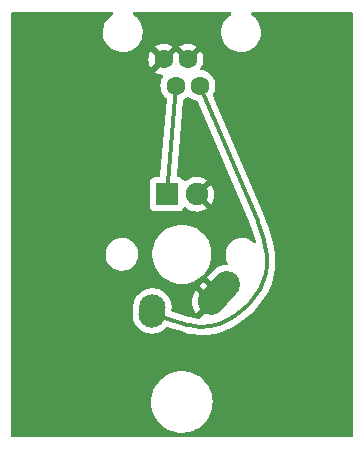
<source format=gtl>
%TF.GenerationSoftware,KiCad,Pcbnew,(6.0.8-1)-1*%
%TF.CreationDate,2022-10-24T08:07:35+03:00*%
%TF.ProjectId,kamaji_button_v1,6b616d61-6a69-45f6-9275-74746f6e5f76,rev?*%
%TF.SameCoordinates,PX2faf080PY2faf080*%
%TF.FileFunction,Copper,L1,Top*%
%TF.FilePolarity,Positive*%
%FSLAX46Y46*%
G04 Gerber Fmt 4.6, Leading zero omitted, Abs format (unit mm)*
G04 Created by KiCad (PCBNEW (6.0.8-1)-1) date 2022-10-24 08:07:35*
%MOMM*%
%LPD*%
G01*
G04 APERTURE LIST*
G04 Aperture macros list*
%AMHorizOval*
0 Thick line with rounded ends*
0 $1 width*
0 $2 $3 position (X,Y) of the first rounded end (center of the circle)*
0 $4 $5 position (X,Y) of the second rounded end (center of the circle)*
0 Add line between two ends*
20,1,$1,$2,$3,$4,$5,0*
0 Add two circle primitives to create the rounded ends*
1,1,$1,$2,$3*
1,1,$1,$4,$5*%
G04 Aperture macros list end*
%TA.AperFunction,ComponentPad*%
%ADD10HorizOval,2.250000X-0.655001X-0.730000X0.655001X0.730000X0*%
%TD*%
%TA.AperFunction,ComponentPad*%
%ADD11C,2.250000*%
%TD*%
%TA.AperFunction,ComponentPad*%
%ADD12HorizOval,2.250000X-0.020000X-0.290000X0.020000X0.290000X0*%
%TD*%
%TA.AperFunction,ComponentPad*%
%ADD13C,1.905000*%
%TD*%
%TA.AperFunction,ComponentPad*%
%ADD14R,1.905000X1.905000*%
%TD*%
%TA.AperFunction,ComponentPad*%
%ADD15C,1.600000*%
%TD*%
%TA.AperFunction,Conductor*%
%ADD16C,0.350000*%
%TD*%
G04 APERTURE END LIST*
D10*
%TO.P,SW2,1,1*%
%TO.N,GND*%
X18154999Y-24270000D03*
D11*
X17500000Y-25000000D03*
%TO.P,SW2,2,2*%
%TO.N,Net-(J1-Pad4)*%
X12460000Y-26080000D03*
D12*
X12480000Y-25790000D03*
D13*
%TO.P,SW2,3,K*%
%TO.N,GND*%
X16270000Y-15920000D03*
D14*
%TO.P,SW2,4,A*%
%TO.N,Net-(J1-Pad2)*%
X13730000Y-15920000D03*
%TD*%
D15*
%TO.P,J1,4*%
%TO.N,Net-(J1-Pad4)*%
X16530000Y-6727500D03*
%TO.P,J1,3*%
%TO.N,GND*%
X15510000Y-4487500D03*
%TO.P,J1,2*%
%TO.N,Net-(J1-Pad2)*%
X14490000Y-6727500D03*
%TO.P,J1,1*%
%TO.N,GND*%
X13470000Y-4487500D03*
%TD*%
D16*
%TO.N,Net-(J1-Pad4)*%
X19100006Y-26468374D02*
G75*
G02*
X15474152Y-26968825I-2367406J3767074D01*
G01*
X22199985Y-21100002D02*
G75*
G03*
X21408170Y-18207254I-11074085J-1476498D01*
G01*
X21649206Y-23913891D02*
G75*
G03*
X22199999Y-21100000I-3888506J2221991D01*
G01*
X19434772Y-26257994D02*
G75*
G03*
X21600000Y-24000000I-3427472J5453794D01*
G01*
X15474152Y-26968826D02*
X12460000Y-26080000D01*
X19099999Y-26468363D02*
X19434764Y-26257981D01*
X21408171Y-18207254D02*
X16530000Y-6727500D01*
X21649205Y-23913890D02*
X21600000Y-24000000D01*
%TO.N,Net-(J1-Pad2)*%
X14490000Y-6727500D02*
X13730000Y-15920000D01*
%TD*%
%TA.AperFunction,Conductor*%
%TO.N,GND*%
G36*
X9129277Y-528502D02*
G01*
X9175770Y-582158D01*
X9185874Y-652432D01*
X9156380Y-717012D01*
X9125012Y-743120D01*
X9033514Y-796909D01*
X8834293Y-959101D01*
X8661897Y-1149561D01*
X8520294Y-1363906D01*
X8518293Y-1368246D01*
X8518291Y-1368250D01*
X8444822Y-1527617D01*
X8412742Y-1597204D01*
X8411418Y-1601805D01*
X8411418Y-1601806D01*
X8362726Y-1771060D01*
X8341717Y-1844086D01*
X8308852Y-2098871D01*
X8314904Y-2355695D01*
X8359734Y-2608649D01*
X8442311Y-2851911D01*
X8560733Y-3079883D01*
X8712276Y-3287320D01*
X8778179Y-3353569D01*
X8890078Y-3466057D01*
X8890083Y-3466061D01*
X8893452Y-3469448D01*
X9100093Y-3622075D01*
X9327442Y-3741689D01*
X9331961Y-3743250D01*
X9331967Y-3743252D01*
X9565751Y-3823978D01*
X9570269Y-3825538D01*
X9822984Y-3871692D01*
X9905186Y-3876000D01*
X10065324Y-3876000D01*
X10067703Y-3875819D01*
X10067704Y-3875819D01*
X10251389Y-3861847D01*
X10251394Y-3861846D01*
X10256156Y-3861484D01*
X10260809Y-3860405D01*
X10260812Y-3860405D01*
X10501752Y-3804557D01*
X10501751Y-3804557D01*
X10506416Y-3803476D01*
X10745023Y-3708282D01*
X10966486Y-3578091D01*
X11165707Y-3415899D01*
X11179656Y-3400488D01*
X12748576Y-3400488D01*
X12755644Y-3413934D01*
X13457188Y-4115478D01*
X13471132Y-4123092D01*
X13472965Y-4122961D01*
X13479580Y-4118710D01*
X14185077Y-3413213D01*
X14191507Y-3401438D01*
X14190772Y-3400488D01*
X14788576Y-3400488D01*
X14795644Y-3413934D01*
X15497188Y-4115478D01*
X15511132Y-4123092D01*
X15512965Y-4122961D01*
X15519580Y-4118710D01*
X16225077Y-3413213D01*
X16231507Y-3401438D01*
X16222211Y-3389423D01*
X16171006Y-3353569D01*
X16161511Y-3348086D01*
X15964053Y-3256010D01*
X15953761Y-3252264D01*
X15743312Y-3195875D01*
X15732519Y-3193972D01*
X15515475Y-3174983D01*
X15504525Y-3174983D01*
X15287481Y-3193972D01*
X15276688Y-3195875D01*
X15066239Y-3252264D01*
X15055947Y-3256010D01*
X14858489Y-3348086D01*
X14848994Y-3353569D01*
X14796952Y-3390009D01*
X14788576Y-3400488D01*
X14190772Y-3400488D01*
X14182211Y-3389423D01*
X14131006Y-3353569D01*
X14121511Y-3348086D01*
X13924053Y-3256010D01*
X13913761Y-3252264D01*
X13703312Y-3195875D01*
X13692519Y-3193972D01*
X13475475Y-3174983D01*
X13464525Y-3174983D01*
X13247481Y-3193972D01*
X13236688Y-3195875D01*
X13026239Y-3252264D01*
X13015947Y-3256010D01*
X12818489Y-3348086D01*
X12808994Y-3353569D01*
X12756952Y-3390009D01*
X12748576Y-3400488D01*
X11179656Y-3400488D01*
X11338103Y-3225439D01*
X11479706Y-3011094D01*
X11551135Y-2856154D01*
X11585252Y-2782148D01*
X11585253Y-2782145D01*
X11587258Y-2777796D01*
X11635920Y-2608649D01*
X11656962Y-2535507D01*
X11656963Y-2535503D01*
X11658283Y-2530914D01*
X11691148Y-2276129D01*
X11685096Y-2019305D01*
X11640266Y-1766351D01*
X11557689Y-1523089D01*
X11439267Y-1295117D01*
X11287724Y-1087680D01*
X11156811Y-956079D01*
X11109922Y-908943D01*
X11109917Y-908939D01*
X11106548Y-905552D01*
X10899907Y-752925D01*
X10886758Y-746007D01*
X10835787Y-696589D01*
X10819624Y-627456D01*
X10843403Y-560560D01*
X10899574Y-517140D01*
X10945427Y-508500D01*
X19061156Y-508500D01*
X19129277Y-528502D01*
X19175770Y-582158D01*
X19185874Y-652432D01*
X19156380Y-717012D01*
X19125012Y-743120D01*
X19033514Y-796909D01*
X18834293Y-959101D01*
X18661897Y-1149561D01*
X18520294Y-1363906D01*
X18518293Y-1368246D01*
X18518291Y-1368250D01*
X18444822Y-1527617D01*
X18412742Y-1597204D01*
X18411418Y-1601805D01*
X18411418Y-1601806D01*
X18362726Y-1771060D01*
X18341717Y-1844086D01*
X18308852Y-2098871D01*
X18314904Y-2355695D01*
X18359734Y-2608649D01*
X18442311Y-2851911D01*
X18560733Y-3079883D01*
X18712276Y-3287320D01*
X18778179Y-3353569D01*
X18890078Y-3466057D01*
X18890083Y-3466061D01*
X18893452Y-3469448D01*
X19100093Y-3622075D01*
X19327442Y-3741689D01*
X19331961Y-3743250D01*
X19331967Y-3743252D01*
X19565751Y-3823978D01*
X19570269Y-3825538D01*
X19822984Y-3871692D01*
X19905186Y-3876000D01*
X20065324Y-3876000D01*
X20067703Y-3875819D01*
X20067704Y-3875819D01*
X20251389Y-3861847D01*
X20251394Y-3861846D01*
X20256156Y-3861484D01*
X20260809Y-3860405D01*
X20260812Y-3860405D01*
X20501752Y-3804557D01*
X20501751Y-3804557D01*
X20506416Y-3803476D01*
X20745023Y-3708282D01*
X20966486Y-3578091D01*
X21165707Y-3415899D01*
X21338103Y-3225439D01*
X21479706Y-3011094D01*
X21551135Y-2856154D01*
X21585252Y-2782148D01*
X21585253Y-2782145D01*
X21587258Y-2777796D01*
X21635920Y-2608649D01*
X21656962Y-2535507D01*
X21656963Y-2535503D01*
X21658283Y-2530914D01*
X21691148Y-2276129D01*
X21685096Y-2019305D01*
X21640266Y-1766351D01*
X21557689Y-1523089D01*
X21439267Y-1295117D01*
X21287724Y-1087680D01*
X21156811Y-956079D01*
X21109922Y-908943D01*
X21109917Y-908939D01*
X21106548Y-905552D01*
X20899907Y-752925D01*
X20886758Y-746007D01*
X20835787Y-696589D01*
X20819624Y-627456D01*
X20843403Y-560560D01*
X20899574Y-517140D01*
X20945427Y-508500D01*
X29365500Y-508500D01*
X29433621Y-528502D01*
X29480114Y-582158D01*
X29491500Y-634500D01*
X29491500Y-36365500D01*
X29471498Y-36433621D01*
X29417842Y-36480114D01*
X29365500Y-36491500D01*
X634500Y-36491500D01*
X566379Y-36471498D01*
X519886Y-36417842D01*
X508500Y-36365500D01*
X508500Y-33545471D01*
X12394955Y-33545471D01*
X12419914Y-33862607D01*
X12483336Y-34174338D01*
X12584276Y-34476016D01*
X12721229Y-34763143D01*
X12892153Y-35031440D01*
X13094500Y-35276907D01*
X13325254Y-35495884D01*
X13580975Y-35685108D01*
X13719412Y-35763432D01*
X13854492Y-35839857D01*
X13854496Y-35839859D01*
X13857849Y-35841756D01*
X14151751Y-35963494D01*
X14253083Y-35991596D01*
X14454582Y-36047477D01*
X14454590Y-36047479D01*
X14458298Y-36048507D01*
X14772921Y-36095528D01*
X14776219Y-36095672D01*
X14885427Y-36100440D01*
X14885432Y-36100440D01*
X14886804Y-36100500D01*
X15080799Y-36100500D01*
X15317524Y-36086021D01*
X15321307Y-36085320D01*
X15321314Y-36085319D01*
X15519931Y-36048507D01*
X15630313Y-36028049D01*
X15839732Y-35962020D01*
X15930035Y-35933548D01*
X15930038Y-35933547D01*
X15933707Y-35932390D01*
X15937204Y-35930796D01*
X15937210Y-35930794D01*
X16219673Y-35802068D01*
X16219677Y-35802066D01*
X16223181Y-35800469D01*
X16408334Y-35687007D01*
X16491142Y-35636262D01*
X16491145Y-35636260D01*
X16494420Y-35634253D01*
X16497424Y-35631863D01*
X16497429Y-35631860D01*
X16740370Y-35438616D01*
X16743381Y-35436221D01*
X16966352Y-35209324D01*
X17100572Y-35034405D01*
X17157674Y-34959989D01*
X17157679Y-34959981D01*
X17160009Y-34956945D01*
X17272257Y-34766386D01*
X17319513Y-34686162D01*
X17319515Y-34686159D01*
X17321466Y-34682846D01*
X17448315Y-34391114D01*
X17538665Y-34086097D01*
X17591169Y-33772343D01*
X17605045Y-33454529D01*
X17580086Y-33137393D01*
X17516664Y-32825662D01*
X17415724Y-32523984D01*
X17278771Y-32236857D01*
X17107847Y-31968560D01*
X16905500Y-31723093D01*
X16674746Y-31504116D01*
X16419025Y-31314892D01*
X16218680Y-31201542D01*
X16145508Y-31160143D01*
X16145504Y-31160141D01*
X16142151Y-31158244D01*
X15848249Y-31036506D01*
X15746917Y-31008404D01*
X15545418Y-30952523D01*
X15545410Y-30952521D01*
X15541702Y-30951493D01*
X15227079Y-30904472D01*
X15223781Y-30904328D01*
X15114573Y-30899560D01*
X15114568Y-30899560D01*
X15113196Y-30899500D01*
X14919201Y-30899500D01*
X14682476Y-30913979D01*
X14678693Y-30914680D01*
X14678686Y-30914681D01*
X14526081Y-30942965D01*
X14369687Y-30971951D01*
X14189997Y-31028606D01*
X14069965Y-31066452D01*
X14069962Y-31066453D01*
X14066293Y-31067610D01*
X14062796Y-31069204D01*
X14062790Y-31069206D01*
X13780327Y-31197932D01*
X13780323Y-31197934D01*
X13776819Y-31199531D01*
X13773540Y-31201541D01*
X13773537Y-31201542D01*
X13584826Y-31317185D01*
X13505580Y-31365747D01*
X13502576Y-31368137D01*
X13502571Y-31368140D01*
X13283962Y-31542030D01*
X13256619Y-31563779D01*
X13033648Y-31790676D01*
X13031307Y-31793727D01*
X13031306Y-31793728D01*
X12842326Y-32040011D01*
X12842321Y-32040019D01*
X12839991Y-32043055D01*
X12838042Y-32046364D01*
X12723792Y-32240322D01*
X12678534Y-32317154D01*
X12551685Y-32608886D01*
X12461335Y-32913903D01*
X12408831Y-33227657D01*
X12394955Y-33545471D01*
X508500Y-33545471D01*
X508500Y-26080000D01*
X10821449Y-26080000D01*
X10821837Y-26084930D01*
X10821837Y-26084931D01*
X10826781Y-26147753D01*
X10827163Y-26156418D01*
X10827821Y-26224371D01*
X10828643Y-26229254D01*
X10836269Y-26274559D01*
X10837629Y-26285588D01*
X10841622Y-26336326D01*
X10842778Y-26341141D01*
X10857487Y-26402411D01*
X10859220Y-26410908D01*
X10870501Y-26477922D01*
X10872073Y-26482606D01*
X10872074Y-26482609D01*
X10886694Y-26526163D01*
X10889763Y-26536846D01*
X10901645Y-26586340D01*
X10927659Y-26649144D01*
X10930692Y-26657244D01*
X10952319Y-26721676D01*
X10954608Y-26726063D01*
X10954611Y-26726070D01*
X10975859Y-26766791D01*
X10980561Y-26776861D01*
X10998143Y-26819309D01*
X10998147Y-26819316D01*
X11000040Y-26823887D01*
X11035556Y-26881843D01*
X11039820Y-26889372D01*
X11071261Y-26949629D01*
X11074212Y-26953609D01*
X11101572Y-26990510D01*
X11107791Y-26999720D01*
X11134384Y-27043116D01*
X11178532Y-27094807D01*
X11183905Y-27101555D01*
X11224398Y-27156169D01*
X11227922Y-27159625D01*
X11227926Y-27159630D01*
X11260734Y-27191808D01*
X11268315Y-27199930D01*
X11301369Y-27238631D01*
X11305125Y-27241839D01*
X11305130Y-27241844D01*
X11353047Y-27282769D01*
X11359445Y-27288626D01*
X11404427Y-27332745D01*
X11404435Y-27332752D01*
X11407961Y-27336210D01*
X11411986Y-27339075D01*
X11411987Y-27339076D01*
X11449421Y-27365723D01*
X11458182Y-27372561D01*
X11496884Y-27405616D01*
X11554828Y-27441124D01*
X11562055Y-27445903D01*
X11617427Y-27485319D01*
X11647305Y-27500180D01*
X11662987Y-27507980D01*
X11672709Y-27513362D01*
X11716113Y-27539960D01*
X11720683Y-27541853D01*
X11720691Y-27541857D01*
X11778907Y-27565970D01*
X11786784Y-27569555D01*
X11847642Y-27599825D01*
X11896198Y-27615084D01*
X11906635Y-27618877D01*
X11949089Y-27636462D01*
X11949093Y-27636463D01*
X11953660Y-27638355D01*
X12019769Y-27654227D01*
X12028077Y-27656526D01*
X12092934Y-27676907D01*
X12097828Y-27677634D01*
X12097834Y-27677635D01*
X12122924Y-27681360D01*
X12143282Y-27684383D01*
X12154185Y-27686497D01*
X12198852Y-27697221D01*
X12198860Y-27697222D01*
X12203674Y-27698378D01*
X12208606Y-27698766D01*
X12208611Y-27698767D01*
X12271432Y-27703711D01*
X12280050Y-27704689D01*
X12308942Y-27708978D01*
X12347264Y-27714668D01*
X12352220Y-27714620D01*
X12398148Y-27714175D01*
X12409256Y-27714557D01*
X12410667Y-27714668D01*
X12460000Y-27718551D01*
X12464930Y-27718163D01*
X12464931Y-27718163D01*
X12527754Y-27713219D01*
X12536419Y-27712837D01*
X12599420Y-27712227D01*
X12599421Y-27712227D01*
X12604371Y-27712179D01*
X12612231Y-27710856D01*
X12654559Y-27703731D01*
X12665588Y-27702371D01*
X12677793Y-27701410D01*
X12716326Y-27698378D01*
X12738601Y-27693030D01*
X12782411Y-27682513D01*
X12790908Y-27680780D01*
X12809590Y-27677635D01*
X12857922Y-27669499D01*
X12862606Y-27667927D01*
X12862609Y-27667926D01*
X12906163Y-27653306D01*
X12916846Y-27650237D01*
X12961533Y-27639509D01*
X12966340Y-27638355D01*
X13029144Y-27612341D01*
X13037247Y-27609307D01*
X13096982Y-27589257D01*
X13096987Y-27589255D01*
X13101676Y-27587681D01*
X13106063Y-27585392D01*
X13106070Y-27585389D01*
X13146791Y-27564141D01*
X13156861Y-27559439D01*
X13199309Y-27541857D01*
X13199316Y-27541853D01*
X13203887Y-27539960D01*
X13261843Y-27504444D01*
X13269372Y-27500180D01*
X13325237Y-27471031D01*
X13325240Y-27471029D01*
X13329629Y-27468739D01*
X13370510Y-27438428D01*
X13379720Y-27432209D01*
X13418899Y-27408200D01*
X13423116Y-27405616D01*
X13474807Y-27361468D01*
X13481555Y-27356095D01*
X13536169Y-27315602D01*
X13539625Y-27312078D01*
X13539630Y-27312074D01*
X13571808Y-27279266D01*
X13579931Y-27271684D01*
X13614875Y-27241839D01*
X13618631Y-27238631D01*
X13621839Y-27234875D01*
X13621847Y-27234867D01*
X13636771Y-27217394D01*
X13696222Y-27178586D01*
X13768218Y-27178371D01*
X15225631Y-27608139D01*
X15242290Y-27614361D01*
X15265618Y-27625007D01*
X15269558Y-27626214D01*
X15269564Y-27626216D01*
X15273738Y-27627494D01*
X15279406Y-27629230D01*
X15283458Y-27629910D01*
X15283470Y-27629913D01*
X15289410Y-27630910D01*
X15299503Y-27633033D01*
X15635385Y-27718163D01*
X15663430Y-27725271D01*
X15665811Y-27725683D01*
X15665818Y-27725684D01*
X15873057Y-27761502D01*
X16053448Y-27792681D01*
X16055856Y-27792908D01*
X16055862Y-27792909D01*
X16445079Y-27829632D01*
X16445087Y-27829632D01*
X16447499Y-27829860D01*
X16663531Y-27833532D01*
X16840816Y-27836545D01*
X16840822Y-27836545D01*
X16843243Y-27836586D01*
X17009379Y-27826593D01*
X17235910Y-27812967D01*
X17235921Y-27812966D01*
X17238330Y-27812821D01*
X17240721Y-27812491D01*
X17240731Y-27812490D01*
X17628024Y-27759034D01*
X17628027Y-27759033D01*
X17630414Y-27758704D01*
X17782181Y-27725684D01*
X18014801Y-27675073D01*
X18014807Y-27675072D01*
X18017167Y-27674558D01*
X18396293Y-27560882D01*
X18526915Y-27510461D01*
X18763293Y-27419218D01*
X18763307Y-27419212D01*
X18765540Y-27418350D01*
X18875761Y-27365723D01*
X19120525Y-27248856D01*
X19120532Y-27248852D01*
X19122715Y-27247810D01*
X19288724Y-27152200D01*
X19433849Y-27068618D01*
X19445385Y-27062741D01*
X19454069Y-27058866D01*
X19457576Y-27056713D01*
X19457580Y-27056711D01*
X19462840Y-27053482D01*
X19462844Y-27053479D01*
X19466358Y-27051322D01*
X19469558Y-27048726D01*
X19469564Y-27048722D01*
X19492910Y-27029784D01*
X19505241Y-27020957D01*
X19749723Y-26867313D01*
X19765422Y-26858931D01*
X19785067Y-26850165D01*
X19785071Y-26850163D01*
X19788838Y-26848482D01*
X19792351Y-26846325D01*
X19792355Y-26846323D01*
X19794659Y-26844908D01*
X19801127Y-26840937D01*
X19804324Y-26838344D01*
X19804332Y-26838338D01*
X19810803Y-26833089D01*
X19819895Y-26826367D01*
X19908539Y-26766791D01*
X20163000Y-26595773D01*
X20164519Y-26594611D01*
X20164530Y-26594603D01*
X20508577Y-26331390D01*
X20508584Y-26331384D01*
X20510115Y-26330213D01*
X20710529Y-26156418D01*
X20838844Y-26045146D01*
X20838858Y-26045133D01*
X20840303Y-26043880D01*
X21152324Y-25737849D01*
X21220080Y-25662709D01*
X21443718Y-25414698D01*
X21443731Y-25414682D01*
X21445003Y-25413272D01*
X21446185Y-25411787D01*
X21446199Y-25411771D01*
X21716048Y-25072868D01*
X21716057Y-25072856D01*
X21717241Y-25071369D01*
X21968015Y-24713425D01*
X22176154Y-24373791D01*
X22184086Y-24362324D01*
X22187987Y-24357303D01*
X22190519Y-24354044D01*
X22192603Y-24350484D01*
X22192607Y-24350478D01*
X22195720Y-24345160D01*
X22195723Y-24345154D01*
X22197804Y-24341599D01*
X22209502Y-24313831D01*
X22226120Y-24285444D01*
X22237187Y-24271199D01*
X22239724Y-24267934D01*
X22243115Y-24262141D01*
X22244926Y-24259049D01*
X22244929Y-24259043D01*
X22247009Y-24255490D01*
X22248610Y-24251689D01*
X22248687Y-24251536D01*
X22252824Y-24242715D01*
X22438910Y-23883889D01*
X22438915Y-23883878D01*
X22440083Y-23881626D01*
X22517253Y-23697539D01*
X22601754Y-23495964D01*
X22601755Y-23495962D01*
X22602747Y-23493595D01*
X22604712Y-23487577D01*
X22732504Y-23096045D01*
X22732505Y-23096042D01*
X22733297Y-23093615D01*
X22830867Y-22684338D01*
X22894809Y-22268479D01*
X22924701Y-21848796D01*
X22920343Y-21428073D01*
X22884717Y-21041166D01*
X22884191Y-21028497D01*
X22884237Y-21023318D01*
X22882481Y-21009005D01*
X22881450Y-21005015D01*
X22881448Y-21005007D01*
X22878785Y-20994707D01*
X22876284Y-20982619D01*
X22868781Y-20934593D01*
X22798305Y-20483518D01*
X22692657Y-19961975D01*
X22624480Y-19688991D01*
X22564067Y-19447092D01*
X22564063Y-19447077D01*
X22563718Y-19445696D01*
X22430934Y-19000109D01*
X22412159Y-18937104D01*
X22412157Y-18937097D01*
X22411747Y-18935722D01*
X22366286Y-18804918D01*
X22237508Y-18434394D01*
X22237051Y-18433079D01*
X22054919Y-17976246D01*
X22050210Y-17962032D01*
X22048417Y-17955303D01*
X22048414Y-17955295D01*
X22047353Y-17951313D01*
X22041853Y-17937983D01*
X22024796Y-17908346D01*
X22018039Y-17894776D01*
X17823680Y-8024233D01*
X17622788Y-7551476D01*
X17614555Y-7480958D01*
X17635539Y-7429927D01*
X17664366Y-7388758D01*
X17664367Y-7388756D01*
X17667523Y-7384249D01*
X17669846Y-7379267D01*
X17669849Y-7379262D01*
X17761961Y-7181725D01*
X17761961Y-7181724D01*
X17764284Y-7176743D01*
X17823543Y-6955587D01*
X17843498Y-6727500D01*
X17823543Y-6499413D01*
X17764284Y-6278257D01*
X17761961Y-6273275D01*
X17669849Y-6075738D01*
X17669846Y-6075733D01*
X17667523Y-6070751D01*
X17536198Y-5883200D01*
X17374300Y-5721302D01*
X17369792Y-5718145D01*
X17369789Y-5718143D01*
X17239500Y-5626914D01*
X17186749Y-5589977D01*
X17181767Y-5587654D01*
X17181762Y-5587651D01*
X16984225Y-5495539D01*
X16984224Y-5495539D01*
X16979243Y-5493216D01*
X16973935Y-5491794D01*
X16973933Y-5491793D01*
X16763402Y-5435381D01*
X16763400Y-5435381D01*
X16758087Y-5433957D01*
X16752611Y-5433478D01*
X16752606Y-5433477D01*
X16709295Y-5429688D01*
X16679592Y-5427090D01*
X16613475Y-5401227D01*
X16571835Y-5343724D01*
X16567894Y-5272836D01*
X16587360Y-5229299D01*
X16643932Y-5148504D01*
X16649414Y-5139011D01*
X16741490Y-4941553D01*
X16745236Y-4931261D01*
X16801625Y-4720812D01*
X16803528Y-4710019D01*
X16822517Y-4492975D01*
X16822517Y-4482025D01*
X16803528Y-4264981D01*
X16801625Y-4254188D01*
X16745236Y-4043739D01*
X16741490Y-4033447D01*
X16649414Y-3835989D01*
X16643931Y-3826494D01*
X16607491Y-3774452D01*
X16597012Y-3766076D01*
X16583566Y-3773144D01*
X15599095Y-4757615D01*
X15536783Y-4791641D01*
X15465968Y-4786576D01*
X15420905Y-4757615D01*
X14502812Y-3839522D01*
X14488868Y-3831908D01*
X14487035Y-3832039D01*
X14480420Y-3836290D01*
X12754923Y-5561787D01*
X12748493Y-5573562D01*
X12757789Y-5585577D01*
X12808994Y-5621431D01*
X12818489Y-5626914D01*
X13015947Y-5718990D01*
X13026239Y-5722736D01*
X13236688Y-5779125D01*
X13247480Y-5781028D01*
X13320163Y-5787387D01*
X13386281Y-5813250D01*
X13427921Y-5870754D01*
X13431862Y-5941641D01*
X13412395Y-5985179D01*
X13355634Y-6066242D01*
X13355633Y-6066244D01*
X13352477Y-6070751D01*
X13350154Y-6075733D01*
X13350151Y-6075738D01*
X13258039Y-6273275D01*
X13255716Y-6278257D01*
X13196457Y-6499413D01*
X13176502Y-6727500D01*
X13196457Y-6955587D01*
X13255716Y-7176743D01*
X13258039Y-7181724D01*
X13258039Y-7181725D01*
X13350151Y-7379262D01*
X13350154Y-7379267D01*
X13352477Y-7384249D01*
X13483802Y-7571800D01*
X13645700Y-7733698D01*
X13650210Y-7736856D01*
X13650216Y-7736861D01*
X13657597Y-7742029D01*
X13701926Y-7797486D01*
X13710899Y-7855624D01*
X13174517Y-14343382D01*
X13148970Y-14409623D01*
X13091666Y-14451537D01*
X13048945Y-14459000D01*
X12729366Y-14459000D01*
X12667184Y-14465755D01*
X12530795Y-14516885D01*
X12414239Y-14604239D01*
X12326885Y-14720795D01*
X12275755Y-14857184D01*
X12269000Y-14919366D01*
X12269000Y-16920634D01*
X12275755Y-16982816D01*
X12326885Y-17119205D01*
X12414239Y-17235761D01*
X12530795Y-17323115D01*
X12667184Y-17374245D01*
X12729366Y-17381000D01*
X14730634Y-17381000D01*
X14792816Y-17374245D01*
X14929205Y-17323115D01*
X15045761Y-17235761D01*
X15133115Y-17119205D01*
X15140905Y-17098426D01*
X15183546Y-17041661D01*
X15250108Y-17016961D01*
X15319457Y-17032168D01*
X15339372Y-17045711D01*
X15425446Y-17117171D01*
X15433878Y-17123076D01*
X15632318Y-17239035D01*
X15641601Y-17243482D01*
X15856306Y-17325470D01*
X15866208Y-17328347D01*
X16091402Y-17374163D01*
X16101654Y-17375386D01*
X16331316Y-17383807D01*
X16341602Y-17383340D01*
X16569565Y-17354137D01*
X16579651Y-17351994D01*
X16799779Y-17285952D01*
X16809374Y-17282191D01*
X17015750Y-17181089D01*
X17024616Y-17175804D01*
X17092737Y-17127213D01*
X17101138Y-17116513D01*
X17094150Y-17103360D01*
X15999885Y-16009095D01*
X15965859Y-15946783D01*
X15967694Y-15921132D01*
X16634408Y-15921132D01*
X16634539Y-15922965D01*
X16638790Y-15929580D01*
X17453922Y-16744712D01*
X17465932Y-16751271D01*
X17477671Y-16742303D01*
X17523165Y-16678991D01*
X17528476Y-16670152D01*
X17630298Y-16464129D01*
X17634097Y-16454534D01*
X17700904Y-16234650D01*
X17703083Y-16224569D01*
X17733318Y-15994912D01*
X17733837Y-15988237D01*
X17735423Y-15923364D01*
X17735229Y-15916647D01*
X17716250Y-15685796D01*
X17714567Y-15675634D01*
X17658578Y-15452729D01*
X17655259Y-15442981D01*
X17563616Y-15232213D01*
X17558749Y-15223136D01*
X17477191Y-15097069D01*
X17466505Y-15087867D01*
X17456940Y-15092270D01*
X16642022Y-15907188D01*
X16634408Y-15921132D01*
X15967694Y-15921132D01*
X15970924Y-15875968D01*
X15999885Y-15830905D01*
X17096370Y-14734420D01*
X17103390Y-14721564D01*
X17095615Y-14710894D01*
X17085061Y-14702558D01*
X17076468Y-14696849D01*
X16875278Y-14585786D01*
X16865866Y-14581556D01*
X16649232Y-14504841D01*
X16639261Y-14502207D01*
X16413005Y-14461905D01*
X16402752Y-14460936D01*
X16172942Y-14458128D01*
X16162658Y-14458848D01*
X15935484Y-14493610D01*
X15925457Y-14495999D01*
X15707012Y-14567398D01*
X15697503Y-14571395D01*
X15493656Y-14677511D01*
X15484939Y-14683000D01*
X15333901Y-14796402D01*
X15267416Y-14821307D01*
X15198020Y-14806314D01*
X15147747Y-14756184D01*
X15140268Y-14739875D01*
X15133115Y-14720795D01*
X15045761Y-14604239D01*
X14929205Y-14516885D01*
X14792816Y-14465755D01*
X14730634Y-14459000D01*
X14673470Y-14459000D01*
X14605349Y-14438998D01*
X14558856Y-14385342D01*
X14547898Y-14322618D01*
X15073154Y-7969429D01*
X15098701Y-7903188D01*
X15137919Y-7871690D01*
X15137000Y-7870098D01*
X15141764Y-7867348D01*
X15146749Y-7865023D01*
X15263140Y-7783525D01*
X15329789Y-7736857D01*
X15329792Y-7736855D01*
X15334300Y-7733698D01*
X15420905Y-7647093D01*
X15483217Y-7613067D01*
X15554032Y-7618132D01*
X15599095Y-7647093D01*
X15685700Y-7733698D01*
X15690208Y-7736855D01*
X15690211Y-7736857D01*
X15756860Y-7783525D01*
X15873251Y-7865023D01*
X15878233Y-7867346D01*
X15878238Y-7867349D01*
X16075775Y-7959461D01*
X16080757Y-7961784D01*
X16086065Y-7963206D01*
X16086067Y-7963207D01*
X16109288Y-7969429D01*
X16282206Y-8015762D01*
X16342828Y-8052714D01*
X16365558Y-8088191D01*
X20758258Y-18425494D01*
X20763698Y-18441050D01*
X20771704Y-18469874D01*
X20786041Y-18495399D01*
X20793432Y-18510965D01*
X20816930Y-18570681D01*
X20975649Y-18974036D01*
X20984662Y-18996942D01*
X20986973Y-19003312D01*
X21133623Y-19444314D01*
X21163055Y-19532823D01*
X21165016Y-19539302D01*
X21219330Y-19737727D01*
X21259193Y-19883359D01*
X21257886Y-19954343D01*
X21218408Y-20013352D01*
X21153295Y-20041651D01*
X21083219Y-20030254D01*
X21050489Y-20007419D01*
X21048015Y-20004568D01*
X20986761Y-19954343D01*
X20870584Y-19859083D01*
X20870578Y-19859079D01*
X20866456Y-19855699D01*
X20861820Y-19853060D01*
X20861817Y-19853058D01*
X20667053Y-19742192D01*
X20662410Y-19739549D01*
X20441711Y-19659439D01*
X20436462Y-19658490D01*
X20436459Y-19658489D01*
X20355385Y-19643829D01*
X20210670Y-19617660D01*
X20206531Y-19617465D01*
X20206524Y-19617464D01*
X20187560Y-19616570D01*
X20187551Y-19616570D01*
X20186071Y-19616500D01*
X20021050Y-19616500D01*
X19939701Y-19623403D01*
X19851363Y-19630898D01*
X19851359Y-19630899D01*
X19846052Y-19631349D01*
X19840897Y-19632687D01*
X19840891Y-19632688D01*
X19663177Y-19678814D01*
X19618794Y-19690333D01*
X19613928Y-19692525D01*
X19613925Y-19692526D01*
X19409583Y-19784576D01*
X19409580Y-19784577D01*
X19404722Y-19786766D01*
X19209959Y-19917888D01*
X19040073Y-20079951D01*
X18899922Y-20268321D01*
X18897506Y-20273072D01*
X18897504Y-20273076D01*
X18795931Y-20472856D01*
X18793513Y-20477612D01*
X18723889Y-20701840D01*
X18723188Y-20707129D01*
X18706092Y-20836116D01*
X18693039Y-20934593D01*
X18701848Y-21169216D01*
X18711859Y-21216928D01*
X18727794Y-21292871D01*
X18750062Y-21399001D01*
X18836302Y-21617377D01*
X18839071Y-21621940D01*
X18839074Y-21621946D01*
X18895274Y-21714561D01*
X18913513Y-21783174D01*
X18891761Y-21850757D01*
X18836925Y-21895851D01*
X18784476Y-21905888D01*
X18726386Y-21904468D01*
X18716513Y-21905003D01*
X18471562Y-21937684D01*
X18461896Y-21939756D01*
X18225066Y-22010356D01*
X18215847Y-22013913D01*
X17992973Y-22120695D01*
X17984439Y-22125642D01*
X17781009Y-22265976D01*
X17773343Y-22272206D01*
X17639181Y-22399965D01*
X17635760Y-22403488D01*
X17121274Y-22976885D01*
X17114428Y-22991214D01*
X17114659Y-22993041D01*
X17119258Y-22999413D01*
X18135576Y-23911315D01*
X18171585Y-23943625D01*
X18185915Y-23950471D01*
X18189534Y-23950014D01*
X18193434Y-23947356D01*
X18414290Y-23726500D01*
X18476602Y-23692474D01*
X18547417Y-23697539D01*
X18592480Y-23726500D01*
X18773500Y-23907520D01*
X18807526Y-23969832D01*
X18802461Y-24040647D01*
X18773500Y-24085710D01*
X17685657Y-25173553D01*
X17683331Y-25176008D01*
X16620549Y-26360481D01*
X16609418Y-26383779D01*
X16562004Y-26436622D01*
X16489273Y-26455296D01*
X16400944Y-26450765D01*
X16368746Y-26449114D01*
X16356945Y-26447949D01*
X16017836Y-26398272D01*
X16006198Y-26396004D01*
X15710654Y-26323786D01*
X15689455Y-26316556D01*
X15682748Y-26313580D01*
X15675803Y-26310498D01*
X15646470Y-26305257D01*
X15637934Y-26303732D01*
X15624458Y-26300551D01*
X14209933Y-25883429D01*
X14150251Y-25844976D01*
X14120833Y-25780361D01*
X14119870Y-25753905D01*
X14133874Y-25550844D01*
X14133874Y-25550836D01*
X14134045Y-25548360D01*
X14132179Y-25355629D01*
X14089499Y-25102078D01*
X14087926Y-25097391D01*
X14056891Y-25004932D01*
X15862338Y-25004932D01*
X15864920Y-25037746D01*
X15865270Y-25050707D01*
X15864466Y-25083614D01*
X15865001Y-25093487D01*
X15875049Y-25168802D01*
X15875768Y-25175579D01*
X15881729Y-25251313D01*
X15883274Y-25261067D01*
X15890954Y-25293060D01*
X15893328Y-25305807D01*
X15897684Y-25338451D01*
X15899751Y-25348094D01*
X15921467Y-25420941D01*
X15923237Y-25427523D01*
X15940967Y-25501373D01*
X15944015Y-25510753D01*
X15956606Y-25541151D01*
X15960946Y-25553375D01*
X15970354Y-25584935D01*
X15973909Y-25594150D01*
X16006756Y-25662709D01*
X16009532Y-25668931D01*
X16038590Y-25739081D01*
X16043068Y-25747870D01*
X16060261Y-25775925D01*
X16066461Y-25787322D01*
X16080688Y-25817018D01*
X16085643Y-25825566D01*
X16128807Y-25888137D01*
X16132524Y-25893850D01*
X16169340Y-25953928D01*
X16177401Y-25959190D01*
X16187607Y-25953183D01*
X17127978Y-25012812D01*
X17135592Y-24998868D01*
X17135461Y-24997035D01*
X17131210Y-24990420D01*
X16189066Y-24048276D01*
X16175529Y-24040884D01*
X16170259Y-24044570D01*
X16155012Y-24069452D01*
X16147674Y-24080149D01*
X16127671Y-24106311D01*
X16122311Y-24114596D01*
X16086157Y-24181460D01*
X16082755Y-24187364D01*
X16043077Y-24252114D01*
X16038595Y-24260911D01*
X16026005Y-24291305D01*
X16020432Y-24303015D01*
X16004761Y-24331997D01*
X16000765Y-24341015D01*
X15975514Y-24412718D01*
X15973077Y-24419083D01*
X15944014Y-24489248D01*
X15940968Y-24498621D01*
X15933285Y-24530621D01*
X15929614Y-24543054D01*
X15918675Y-24574119D01*
X15916134Y-24583666D01*
X15902413Y-24658425D01*
X15901001Y-24665094D01*
X15883274Y-24738931D01*
X15881729Y-24748686D01*
X15879147Y-24781488D01*
X15877465Y-24794347D01*
X15871520Y-24826738D01*
X15870505Y-24836563D01*
X15868648Y-24912537D01*
X15868298Y-24919344D01*
X15862338Y-24995071D01*
X15862338Y-25004932D01*
X14056891Y-25004932D01*
X14009256Y-24863015D01*
X14009254Y-24863010D01*
X14007681Y-24858324D01*
X13996327Y-24836563D01*
X13906857Y-24665094D01*
X13888739Y-24630371D01*
X13735602Y-24423830D01*
X13552039Y-24243789D01*
X13342573Y-24094680D01*
X13112358Y-23980175D01*
X13107630Y-23978689D01*
X13107627Y-23978688D01*
X12871795Y-23904578D01*
X12871794Y-23904578D01*
X12867066Y-23903092D01*
X12612736Y-23865332D01*
X12548949Y-23865950D01*
X12360580Y-23867773D01*
X12360579Y-23867773D01*
X12355629Y-23867821D01*
X12102078Y-23910500D01*
X12097394Y-23912072D01*
X12097391Y-23912073D01*
X12029110Y-23934992D01*
X11858324Y-23992318D01*
X11630371Y-24111261D01*
X11626393Y-24114211D01*
X11626389Y-24114213D01*
X11548278Y-24172128D01*
X11423831Y-24264398D01*
X11243790Y-24447961D01*
X11240915Y-24452000D01*
X11240914Y-24452001D01*
X11110817Y-24634760D01*
X11094681Y-24657427D01*
X11092474Y-24661863D01*
X11092474Y-24661864D01*
X10992424Y-24863015D01*
X10980175Y-24887641D01*
X10978692Y-24892359D01*
X10978692Y-24892360D01*
X10970212Y-24919344D01*
X10903093Y-25132933D01*
X10874787Y-25323584D01*
X10874617Y-25326054D01*
X10874616Y-25326060D01*
X10830963Y-25959029D01*
X10830874Y-25960245D01*
X10821449Y-26080000D01*
X508500Y-26080000D01*
X508500Y-23655118D01*
X16518732Y-23655118D01*
X16519189Y-23658739D01*
X16521843Y-23662633D01*
X17477198Y-24617988D01*
X17491142Y-24625602D01*
X17491160Y-24625601D01*
X17500208Y-24619434D01*
X17784217Y-24302905D01*
X17791063Y-24288576D01*
X17790832Y-24286749D01*
X17786233Y-24280377D01*
X16783397Y-23380572D01*
X16769068Y-23373726D01*
X16767241Y-23373957D01*
X16760869Y-23378556D01*
X16525578Y-23640789D01*
X16518732Y-23655118D01*
X508500Y-23655118D01*
X508500Y-20934593D01*
X8533039Y-20934593D01*
X8541848Y-21169216D01*
X8551859Y-21216928D01*
X8567794Y-21292871D01*
X8590062Y-21399001D01*
X8676302Y-21617377D01*
X8798104Y-21818100D01*
X8951985Y-21995432D01*
X8956117Y-21998820D01*
X9129416Y-22140917D01*
X9129422Y-22140921D01*
X9133544Y-22144301D01*
X9138180Y-22146940D01*
X9138183Y-22146942D01*
X9249408Y-22210255D01*
X9337590Y-22260451D01*
X9558289Y-22340561D01*
X9563538Y-22341510D01*
X9563541Y-22341511D01*
X9644615Y-22356171D01*
X9789330Y-22382340D01*
X9793469Y-22382535D01*
X9793476Y-22382536D01*
X9812440Y-22383430D01*
X9812449Y-22383430D01*
X9813929Y-22383500D01*
X9978950Y-22383500D01*
X10060327Y-22376595D01*
X10148637Y-22369102D01*
X10148641Y-22369101D01*
X10153948Y-22368651D01*
X10159103Y-22367313D01*
X10159109Y-22367312D01*
X10376035Y-22311009D01*
X10376034Y-22311009D01*
X10381206Y-22309667D01*
X10386072Y-22307475D01*
X10386075Y-22307474D01*
X10590417Y-22215424D01*
X10590420Y-22215423D01*
X10595278Y-22213234D01*
X10790041Y-22082112D01*
X10959927Y-21920049D01*
X11100078Y-21731679D01*
X11108782Y-21714561D01*
X11204069Y-21527144D01*
X11204069Y-21527143D01*
X11206487Y-21522388D01*
X11276111Y-21298160D01*
X11293202Y-21169216D01*
X11294763Y-21157438D01*
X12497600Y-21157438D01*
X12537064Y-21469830D01*
X12615370Y-21774813D01*
X12731284Y-22067577D01*
X12733186Y-22071036D01*
X12733187Y-22071039D01*
X12865112Y-22311009D01*
X12882976Y-22343504D01*
X13068055Y-22598244D01*
X13283602Y-22827778D01*
X13526218Y-23028487D01*
X13792076Y-23197206D01*
X13795655Y-23198890D01*
X13795662Y-23198894D01*
X14073394Y-23329584D01*
X14073398Y-23329586D01*
X14076984Y-23331273D01*
X14376448Y-23428575D01*
X14685746Y-23487577D01*
X14779300Y-23493463D01*
X14919358Y-23502275D01*
X14919374Y-23502276D01*
X14921353Y-23502400D01*
X15078647Y-23502400D01*
X15080626Y-23502276D01*
X15080642Y-23502275D01*
X15220700Y-23493463D01*
X15314254Y-23487577D01*
X15623552Y-23428575D01*
X15923016Y-23331273D01*
X15926602Y-23329586D01*
X15926606Y-23329584D01*
X16204338Y-23198894D01*
X16204345Y-23198890D01*
X16207924Y-23197206D01*
X16473782Y-23028487D01*
X16716398Y-22827778D01*
X16931945Y-22598244D01*
X17117024Y-22343504D01*
X17134889Y-22311009D01*
X17266813Y-22071039D01*
X17266814Y-22071036D01*
X17268716Y-22067577D01*
X17384630Y-21774813D01*
X17462936Y-21469830D01*
X17502400Y-21157438D01*
X17502400Y-20842562D01*
X17462936Y-20530170D01*
X17384630Y-20225187D01*
X17268716Y-19932423D01*
X17262749Y-19921569D01*
X17118933Y-19659968D01*
X17118931Y-19659965D01*
X17117024Y-19656496D01*
X17004351Y-19501415D01*
X16934273Y-19404960D01*
X16934272Y-19404958D01*
X16931945Y-19401756D01*
X16716398Y-19172222D01*
X16473782Y-18971513D01*
X16207924Y-18802794D01*
X16204345Y-18801110D01*
X16204338Y-18801106D01*
X15926606Y-18670416D01*
X15926602Y-18670414D01*
X15923016Y-18668727D01*
X15623552Y-18571425D01*
X15314254Y-18512423D01*
X15220700Y-18506537D01*
X15080642Y-18497725D01*
X15080626Y-18497724D01*
X15078647Y-18497600D01*
X14921353Y-18497600D01*
X14919374Y-18497724D01*
X14919358Y-18497725D01*
X14779300Y-18506537D01*
X14685746Y-18512423D01*
X14376448Y-18571425D01*
X14076984Y-18668727D01*
X14073398Y-18670414D01*
X14073394Y-18670416D01*
X13795662Y-18801106D01*
X13795655Y-18801110D01*
X13792076Y-18802794D01*
X13526218Y-18971513D01*
X13283602Y-19172222D01*
X13068055Y-19401756D01*
X13065728Y-19404958D01*
X13065727Y-19404960D01*
X12995649Y-19501415D01*
X12882976Y-19656496D01*
X12881069Y-19659965D01*
X12881067Y-19659968D01*
X12737251Y-19921569D01*
X12731284Y-19932423D01*
X12615370Y-20225187D01*
X12537064Y-20530170D01*
X12497600Y-20842562D01*
X12497600Y-21157438D01*
X11294763Y-21157438D01*
X11306261Y-21070690D01*
X11306261Y-21070687D01*
X11306961Y-21065407D01*
X11298152Y-20830784D01*
X11280358Y-20745978D01*
X11251035Y-20606226D01*
X11251034Y-20606223D01*
X11249938Y-20600999D01*
X11163698Y-20382623D01*
X11041896Y-20181900D01*
X10888015Y-20004568D01*
X10826761Y-19954343D01*
X10710584Y-19859083D01*
X10710578Y-19859079D01*
X10706456Y-19855699D01*
X10701820Y-19853060D01*
X10701817Y-19853058D01*
X10507053Y-19742192D01*
X10502410Y-19739549D01*
X10281711Y-19659439D01*
X10276462Y-19658490D01*
X10276459Y-19658489D01*
X10195385Y-19643829D01*
X10050670Y-19617660D01*
X10046531Y-19617465D01*
X10046524Y-19617464D01*
X10027560Y-19616570D01*
X10027551Y-19616570D01*
X10026071Y-19616500D01*
X9861050Y-19616500D01*
X9779701Y-19623403D01*
X9691363Y-19630898D01*
X9691359Y-19630899D01*
X9686052Y-19631349D01*
X9680897Y-19632687D01*
X9680891Y-19632688D01*
X9503177Y-19678814D01*
X9458794Y-19690333D01*
X9453928Y-19692525D01*
X9453925Y-19692526D01*
X9249583Y-19784576D01*
X9249580Y-19784577D01*
X9244722Y-19786766D01*
X9049959Y-19917888D01*
X8880073Y-20079951D01*
X8739922Y-20268321D01*
X8737506Y-20273072D01*
X8737504Y-20273076D01*
X8635931Y-20472856D01*
X8633513Y-20477612D01*
X8563889Y-20701840D01*
X8563188Y-20707129D01*
X8546092Y-20836116D01*
X8533039Y-20934593D01*
X508500Y-20934593D01*
X508500Y-4492975D01*
X12157483Y-4492975D01*
X12176472Y-4710019D01*
X12178375Y-4720812D01*
X12234764Y-4931261D01*
X12238510Y-4941553D01*
X12330586Y-5139011D01*
X12336069Y-5148506D01*
X12372509Y-5200548D01*
X12382988Y-5208924D01*
X12396434Y-5201856D01*
X13097978Y-4500312D01*
X13105592Y-4486368D01*
X13105461Y-4484535D01*
X13101210Y-4477920D01*
X12395713Y-3772423D01*
X12383938Y-3765993D01*
X12371923Y-3775289D01*
X12336069Y-3826494D01*
X12330586Y-3835989D01*
X12238510Y-4033447D01*
X12234764Y-4043739D01*
X12178375Y-4254188D01*
X12176472Y-4264981D01*
X12157483Y-4482025D01*
X12157483Y-4492975D01*
X508500Y-4492975D01*
X508500Y-634500D01*
X528502Y-566379D01*
X582158Y-519886D01*
X634500Y-508500D01*
X9061156Y-508500D01*
X9129277Y-528502D01*
G37*
%TD.AperFunction*%
%TD*%
M02*

</source>
